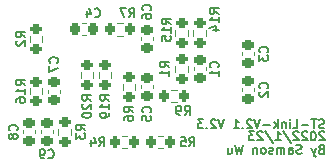
<source format=gbo>
%TF.GenerationSoftware,KiCad,Pcbnew,(6.0.1)*%
%TF.CreationDate,2022-01-24T11:38:00+08:00*%
%TF.ProjectId,ST-Link_v2-1,53542d4c-696e-46b5-9f76-322d312e6b69,rev?*%
%TF.SameCoordinates,Original*%
%TF.FileFunction,Legend,Bot*%
%TF.FilePolarity,Positive*%
%FSLAX46Y46*%
G04 Gerber Fmt 4.6, Leading zero omitted, Abs format (unit mm)*
G04 Created by KiCad (PCBNEW (6.0.1)) date 2022-01-24 11:38:00*
%MOMM*%
%LPD*%
G01*
G04 APERTURE LIST*
G04 Aperture macros list*
%AMRoundRect*
0 Rectangle with rounded corners*
0 $1 Rounding radius*
0 $2 $3 $4 $5 $6 $7 $8 $9 X,Y pos of 4 corners*
0 Add a 4 corners polygon primitive as box body*
4,1,4,$2,$3,$4,$5,$6,$7,$8,$9,$2,$3,0*
0 Add four circle primitives for the rounded corners*
1,1,$1+$1,$2,$3*
1,1,$1+$1,$4,$5*
1,1,$1+$1,$6,$7*
1,1,$1+$1,$8,$9*
0 Add four rect primitives between the rounded corners*
20,1,$1+$1,$2,$3,$4,$5,0*
20,1,$1+$1,$4,$5,$6,$7,0*
20,1,$1+$1,$6,$7,$8,$9,0*
20,1,$1+$1,$8,$9,$2,$3,0*%
G04 Aperture macros list end*
%ADD10C,0.127000*%
%ADD11C,0.120000*%
%ADD12C,1.500000*%
%ADD13R,1.850000X0.300000*%
%ADD14R,1.250000X0.300000*%
%ADD15R,1.850000X1.180000*%
%ADD16RoundRect,0.200000X0.275000X-0.200000X0.275000X0.200000X-0.275000X0.200000X-0.275000X-0.200000X0*%
%ADD17RoundRect,0.225000X0.250000X-0.225000X0.250000X0.225000X-0.250000X0.225000X-0.250000X-0.225000X0*%
%ADD18RoundRect,0.225000X-0.250000X0.225000X-0.250000X-0.225000X0.250000X-0.225000X0.250000X0.225000X0*%
%ADD19RoundRect,0.225000X0.225000X0.250000X-0.225000X0.250000X-0.225000X-0.250000X0.225000X-0.250000X0*%
%ADD20RoundRect,0.200000X-0.275000X0.200000X-0.275000X-0.200000X0.275000X-0.200000X0.275000X0.200000X0*%
%ADD21RoundRect,0.200000X0.200000X0.275000X-0.200000X0.275000X-0.200000X-0.275000X0.200000X-0.275000X0*%
%ADD22RoundRect,0.200000X-0.200000X-0.275000X0.200000X-0.275000X0.200000X0.275000X-0.200000X0.275000X0*%
G04 APERTURE END LIST*
D10*
X169907857Y-113483571D02*
X169798999Y-113519857D01*
X169762714Y-113556142D01*
X169726428Y-113628714D01*
X169726428Y-113737571D01*
X169762714Y-113810142D01*
X169798999Y-113846428D01*
X169871571Y-113882714D01*
X170161857Y-113882714D01*
X170161857Y-113120714D01*
X169907857Y-113120714D01*
X169835285Y-113157000D01*
X169798999Y-113193285D01*
X169762714Y-113265857D01*
X169762714Y-113338428D01*
X169798999Y-113411000D01*
X169835285Y-113447285D01*
X169907857Y-113483571D01*
X170161857Y-113483571D01*
X169472428Y-113374714D02*
X169290999Y-113882714D01*
X169109571Y-113374714D02*
X169290999Y-113882714D01*
X169363571Y-114064142D01*
X169399857Y-114100428D01*
X169472428Y-114136714D01*
X168274999Y-113846428D02*
X168166142Y-113882714D01*
X167984714Y-113882714D01*
X167912142Y-113846428D01*
X167875857Y-113810142D01*
X167839571Y-113737571D01*
X167839571Y-113665000D01*
X167875857Y-113592428D01*
X167912142Y-113556142D01*
X167984714Y-113519857D01*
X168129857Y-113483571D01*
X168202428Y-113447285D01*
X168238714Y-113411000D01*
X168274999Y-113338428D01*
X168274999Y-113265857D01*
X168238714Y-113193285D01*
X168202428Y-113157000D01*
X168129857Y-113120714D01*
X167948428Y-113120714D01*
X167839571Y-113157000D01*
X167186428Y-113882714D02*
X167186428Y-113483571D01*
X167222714Y-113411000D01*
X167295285Y-113374714D01*
X167440428Y-113374714D01*
X167512999Y-113411000D01*
X167186428Y-113846428D02*
X167258999Y-113882714D01*
X167440428Y-113882714D01*
X167512999Y-113846428D01*
X167549285Y-113773857D01*
X167549285Y-113701285D01*
X167512999Y-113628714D01*
X167440428Y-113592428D01*
X167258999Y-113592428D01*
X167186428Y-113556142D01*
X166823571Y-113882714D02*
X166823571Y-113374714D01*
X166823571Y-113447285D02*
X166787285Y-113411000D01*
X166714714Y-113374714D01*
X166605857Y-113374714D01*
X166533285Y-113411000D01*
X166496999Y-113483571D01*
X166496999Y-113882714D01*
X166496999Y-113483571D02*
X166460714Y-113411000D01*
X166388142Y-113374714D01*
X166279285Y-113374714D01*
X166206714Y-113411000D01*
X166170428Y-113483571D01*
X166170428Y-113882714D01*
X165843857Y-113846428D02*
X165771285Y-113882714D01*
X165626142Y-113882714D01*
X165553571Y-113846428D01*
X165517285Y-113773857D01*
X165517285Y-113737571D01*
X165553571Y-113665000D01*
X165626142Y-113628714D01*
X165734999Y-113628714D01*
X165807571Y-113592428D01*
X165843857Y-113519857D01*
X165843857Y-113483571D01*
X165807571Y-113411000D01*
X165734999Y-113374714D01*
X165626142Y-113374714D01*
X165553571Y-113411000D01*
X165081857Y-113882714D02*
X165154428Y-113846428D01*
X165190714Y-113810142D01*
X165226999Y-113737571D01*
X165226999Y-113519857D01*
X165190714Y-113447285D01*
X165154428Y-113411000D01*
X165081857Y-113374714D01*
X164972999Y-113374714D01*
X164900428Y-113411000D01*
X164864142Y-113447285D01*
X164827857Y-113519857D01*
X164827857Y-113737571D01*
X164864142Y-113810142D01*
X164900428Y-113846428D01*
X164972999Y-113882714D01*
X165081857Y-113882714D01*
X164501285Y-113374714D02*
X164501285Y-113882714D01*
X164501285Y-113447285D02*
X164464999Y-113411000D01*
X164392428Y-113374714D01*
X164283571Y-113374714D01*
X164210999Y-113411000D01*
X164174714Y-113483571D01*
X164174714Y-113882714D01*
X163303857Y-113120714D02*
X163122428Y-113882714D01*
X162977285Y-113338428D01*
X162832142Y-113882714D01*
X162650714Y-113120714D01*
X162033857Y-113374714D02*
X162033857Y-113882714D01*
X162360428Y-113374714D02*
X162360428Y-113773857D01*
X162324142Y-113846428D01*
X162251571Y-113882714D01*
X162142714Y-113882714D01*
X162070142Y-113846428D01*
X162033857Y-113810142D01*
X170198142Y-111687428D02*
X170089285Y-111723714D01*
X169907857Y-111723714D01*
X169835285Y-111687428D01*
X169799000Y-111651142D01*
X169762714Y-111578571D01*
X169762714Y-111506000D01*
X169799000Y-111433428D01*
X169835285Y-111397142D01*
X169907857Y-111360857D01*
X170053000Y-111324571D01*
X170125571Y-111288285D01*
X170161857Y-111252000D01*
X170198142Y-111179428D01*
X170198142Y-111106857D01*
X170161857Y-111034285D01*
X170125571Y-110998000D01*
X170053000Y-110961714D01*
X169871571Y-110961714D01*
X169762714Y-110998000D01*
X169545000Y-110961714D02*
X169109571Y-110961714D01*
X169327285Y-111723714D02*
X169327285Y-110961714D01*
X168855571Y-111433428D02*
X168275000Y-111433428D01*
X167549285Y-111723714D02*
X167912142Y-111723714D01*
X167912142Y-110961714D01*
X167295285Y-111723714D02*
X167295285Y-111215714D01*
X167295285Y-110961714D02*
X167331571Y-110998000D01*
X167295285Y-111034285D01*
X167259000Y-110998000D01*
X167295285Y-110961714D01*
X167295285Y-111034285D01*
X166932428Y-111215714D02*
X166932428Y-111723714D01*
X166932428Y-111288285D02*
X166896142Y-111252000D01*
X166823571Y-111215714D01*
X166714714Y-111215714D01*
X166642142Y-111252000D01*
X166605857Y-111324571D01*
X166605857Y-111723714D01*
X166243000Y-111723714D02*
X166243000Y-110961714D01*
X166170428Y-111433428D02*
X165952714Y-111723714D01*
X165952714Y-111215714D02*
X166243000Y-111506000D01*
X165626142Y-111433428D02*
X165045571Y-111433428D01*
X164791571Y-110961714D02*
X164537571Y-111723714D01*
X164283571Y-110961714D01*
X164065857Y-111034285D02*
X164029571Y-110998000D01*
X163957000Y-110961714D01*
X163775571Y-110961714D01*
X163703000Y-110998000D01*
X163666714Y-111034285D01*
X163630428Y-111106857D01*
X163630428Y-111179428D01*
X163666714Y-111288285D01*
X164102142Y-111723714D01*
X163630428Y-111723714D01*
X163303857Y-111651142D02*
X163267571Y-111687428D01*
X163303857Y-111723714D01*
X163340142Y-111687428D01*
X163303857Y-111651142D01*
X163303857Y-111723714D01*
X162541857Y-111723714D02*
X162977285Y-111723714D01*
X162759571Y-111723714D02*
X162759571Y-110961714D01*
X162832142Y-111070571D01*
X162904714Y-111143142D01*
X162977285Y-111179428D01*
X161743571Y-110961714D02*
X161489571Y-111723714D01*
X161235571Y-110961714D01*
X161017857Y-111034285D02*
X160981571Y-110998000D01*
X160909000Y-110961714D01*
X160727571Y-110961714D01*
X160655000Y-110998000D01*
X160618714Y-111034285D01*
X160582428Y-111106857D01*
X160582428Y-111179428D01*
X160618714Y-111288285D01*
X161054142Y-111723714D01*
X160582428Y-111723714D01*
X160255857Y-111651142D02*
X160219571Y-111687428D01*
X160255857Y-111723714D01*
X160292142Y-111687428D01*
X160255857Y-111651142D01*
X160255857Y-111723714D01*
X159965571Y-110961714D02*
X159493857Y-110961714D01*
X159747857Y-111252000D01*
X159639000Y-111252000D01*
X159566428Y-111288285D01*
X159530142Y-111324571D01*
X159493857Y-111397142D01*
X159493857Y-111578571D01*
X159530142Y-111651142D01*
X159566428Y-111687428D01*
X159639000Y-111723714D01*
X159856714Y-111723714D01*
X159929285Y-111687428D01*
X159965571Y-111651142D01*
X170198142Y-112050285D02*
X170161857Y-112014000D01*
X170089285Y-111977714D01*
X169907857Y-111977714D01*
X169835285Y-112014000D01*
X169799000Y-112050285D01*
X169762714Y-112122857D01*
X169762714Y-112195428D01*
X169799000Y-112304285D01*
X170234428Y-112739714D01*
X169762714Y-112739714D01*
X169291000Y-111977714D02*
X169218428Y-111977714D01*
X169145857Y-112014000D01*
X169109571Y-112050285D01*
X169073285Y-112122857D01*
X169037000Y-112268000D01*
X169037000Y-112449428D01*
X169073285Y-112594571D01*
X169109571Y-112667142D01*
X169145857Y-112703428D01*
X169218428Y-112739714D01*
X169291000Y-112739714D01*
X169363571Y-112703428D01*
X169399857Y-112667142D01*
X169436142Y-112594571D01*
X169472428Y-112449428D01*
X169472428Y-112268000D01*
X169436142Y-112122857D01*
X169399857Y-112050285D01*
X169363571Y-112014000D01*
X169291000Y-111977714D01*
X168746714Y-112050285D02*
X168710428Y-112014000D01*
X168637857Y-111977714D01*
X168456428Y-111977714D01*
X168383857Y-112014000D01*
X168347571Y-112050285D01*
X168311285Y-112122857D01*
X168311285Y-112195428D01*
X168347571Y-112304285D01*
X168783000Y-112739714D01*
X168311285Y-112739714D01*
X168021000Y-112050285D02*
X167984714Y-112014000D01*
X167912142Y-111977714D01*
X167730714Y-111977714D01*
X167658142Y-112014000D01*
X167621857Y-112050285D01*
X167585571Y-112122857D01*
X167585571Y-112195428D01*
X167621857Y-112304285D01*
X168057285Y-112739714D01*
X167585571Y-112739714D01*
X166714714Y-111941428D02*
X167367857Y-112921142D01*
X166061571Y-112739714D02*
X166497000Y-112739714D01*
X166279285Y-112739714D02*
X166279285Y-111977714D01*
X166351857Y-112086571D01*
X166424428Y-112159142D01*
X166497000Y-112195428D01*
X165190714Y-111941428D02*
X165843857Y-112921142D01*
X164973000Y-112050285D02*
X164936714Y-112014000D01*
X164864142Y-111977714D01*
X164682714Y-111977714D01*
X164610142Y-112014000D01*
X164573857Y-112050285D01*
X164537571Y-112122857D01*
X164537571Y-112195428D01*
X164573857Y-112304285D01*
X165009285Y-112739714D01*
X164537571Y-112739714D01*
X164283571Y-111977714D02*
X163811857Y-111977714D01*
X164065857Y-112268000D01*
X163957000Y-112268000D01*
X163884428Y-112304285D01*
X163848142Y-112340571D01*
X163811857Y-112413142D01*
X163811857Y-112594571D01*
X163848142Y-112667142D01*
X163884428Y-112703428D01*
X163957000Y-112739714D01*
X164174714Y-112739714D01*
X164247285Y-112703428D01*
X164283571Y-112667142D01*
%TO.C,R16*%
X144870714Y-108094142D02*
X144507857Y-107840142D01*
X144870714Y-107658714D02*
X144108714Y-107658714D01*
X144108714Y-107949000D01*
X144145000Y-108021571D01*
X144181285Y-108057857D01*
X144253857Y-108094142D01*
X144362714Y-108094142D01*
X144435285Y-108057857D01*
X144471571Y-108021571D01*
X144507857Y-107949000D01*
X144507857Y-107658714D01*
X144870714Y-108819857D02*
X144870714Y-108384428D01*
X144870714Y-108602142D02*
X144108714Y-108602142D01*
X144217571Y-108529571D01*
X144290142Y-108457000D01*
X144326428Y-108384428D01*
X144108714Y-109473000D02*
X144108714Y-109327857D01*
X144145000Y-109255285D01*
X144181285Y-109219000D01*
X144290142Y-109146428D01*
X144435285Y-109110142D01*
X144725571Y-109110142D01*
X144798142Y-109146428D01*
X144834428Y-109182714D01*
X144870714Y-109255285D01*
X144870714Y-109400428D01*
X144834428Y-109473000D01*
X144798142Y-109509285D01*
X144725571Y-109545571D01*
X144544142Y-109545571D01*
X144471571Y-109509285D01*
X144435285Y-109473000D01*
X144399000Y-109400428D01*
X144399000Y-109255285D01*
X144435285Y-109182714D01*
X144471571Y-109146428D01*
X144544142Y-109110142D01*
%TO.C,C6*%
X155466142Y-101727000D02*
X155502428Y-101690714D01*
X155538714Y-101581857D01*
X155538714Y-101509285D01*
X155502428Y-101400428D01*
X155429857Y-101327857D01*
X155357285Y-101291571D01*
X155212142Y-101255285D01*
X155103285Y-101255285D01*
X154958142Y-101291571D01*
X154885571Y-101327857D01*
X154813000Y-101400428D01*
X154776714Y-101509285D01*
X154776714Y-101581857D01*
X154813000Y-101690714D01*
X154849285Y-101727000D01*
X154776714Y-102380142D02*
X154776714Y-102235000D01*
X154813000Y-102162428D01*
X154849285Y-102126142D01*
X154958142Y-102053571D01*
X155103285Y-102017285D01*
X155393571Y-102017285D01*
X155466142Y-102053571D01*
X155502428Y-102089857D01*
X155538714Y-102162428D01*
X155538714Y-102307571D01*
X155502428Y-102380142D01*
X155466142Y-102416428D01*
X155393571Y-102452714D01*
X155212142Y-102452714D01*
X155139571Y-102416428D01*
X155103285Y-102380142D01*
X155067000Y-102307571D01*
X155067000Y-102162428D01*
X155103285Y-102089857D01*
X155139571Y-102053571D01*
X155212142Y-102017285D01*
%TO.C,R14*%
X161253714Y-101999142D02*
X160890857Y-101745142D01*
X161253714Y-101563714D02*
X160491714Y-101563714D01*
X160491714Y-101854000D01*
X160528000Y-101926571D01*
X160564285Y-101962857D01*
X160636857Y-101999142D01*
X160745714Y-101999142D01*
X160818285Y-101962857D01*
X160854571Y-101926571D01*
X160890857Y-101854000D01*
X160890857Y-101563714D01*
X161253714Y-102724857D02*
X161253714Y-102289428D01*
X161253714Y-102507142D02*
X160491714Y-102507142D01*
X160600571Y-102434571D01*
X160673142Y-102362000D01*
X160709428Y-102289428D01*
X160745714Y-103378000D02*
X161253714Y-103378000D01*
X160455428Y-103196571D02*
X160999714Y-103015142D01*
X160999714Y-103486857D01*
%TO.C,C8*%
X144163142Y-111887000D02*
X144199428Y-111850714D01*
X144235714Y-111741857D01*
X144235714Y-111669285D01*
X144199428Y-111560428D01*
X144126857Y-111487857D01*
X144054285Y-111451571D01*
X143909142Y-111415285D01*
X143800285Y-111415285D01*
X143655142Y-111451571D01*
X143582571Y-111487857D01*
X143510000Y-111560428D01*
X143473714Y-111669285D01*
X143473714Y-111741857D01*
X143510000Y-111850714D01*
X143546285Y-111887000D01*
X143800285Y-112322428D02*
X143764000Y-112249857D01*
X143727714Y-112213571D01*
X143655142Y-112177285D01*
X143618857Y-112177285D01*
X143546285Y-112213571D01*
X143510000Y-112249857D01*
X143473714Y-112322428D01*
X143473714Y-112467571D01*
X143510000Y-112540142D01*
X143546285Y-112576428D01*
X143618857Y-112612714D01*
X143655142Y-112612714D01*
X143727714Y-112576428D01*
X143764000Y-112540142D01*
X143800285Y-112467571D01*
X143800285Y-112322428D01*
X143836571Y-112249857D01*
X143872857Y-112213571D01*
X143945428Y-112177285D01*
X144090571Y-112177285D01*
X144163142Y-112213571D01*
X144199428Y-112249857D01*
X144235714Y-112322428D01*
X144235714Y-112467571D01*
X144199428Y-112540142D01*
X144163142Y-112576428D01*
X144090571Y-112612714D01*
X143945428Y-112612714D01*
X143872857Y-112576428D01*
X143836571Y-112540142D01*
X143800285Y-112467571D01*
%TO.C,C4*%
X150749000Y-102253142D02*
X150785285Y-102289428D01*
X150894142Y-102325714D01*
X150966714Y-102325714D01*
X151075571Y-102289428D01*
X151148142Y-102216857D01*
X151184428Y-102144285D01*
X151220714Y-101999142D01*
X151220714Y-101890285D01*
X151184428Y-101745142D01*
X151148142Y-101672571D01*
X151075571Y-101600000D01*
X150966714Y-101563714D01*
X150894142Y-101563714D01*
X150785285Y-101600000D01*
X150749000Y-101636285D01*
X150095857Y-101817714D02*
X150095857Y-102325714D01*
X150277285Y-101527428D02*
X150458714Y-102071714D01*
X149987000Y-102071714D01*
%TO.C,R3*%
X149950714Y-111887000D02*
X149587857Y-111633000D01*
X149950714Y-111451571D02*
X149188714Y-111451571D01*
X149188714Y-111741857D01*
X149225000Y-111814428D01*
X149261285Y-111850714D01*
X149333857Y-111887000D01*
X149442714Y-111887000D01*
X149515285Y-111850714D01*
X149551571Y-111814428D01*
X149587857Y-111741857D01*
X149587857Y-111451571D01*
X149188714Y-112141000D02*
X149188714Y-112612714D01*
X149479000Y-112358714D01*
X149479000Y-112467571D01*
X149515285Y-112540142D01*
X149551571Y-112576428D01*
X149624142Y-112612714D01*
X149805571Y-112612714D01*
X149878142Y-112576428D01*
X149914428Y-112540142D01*
X149950714Y-112467571D01*
X149950714Y-112249857D01*
X149914428Y-112177285D01*
X149878142Y-112141000D01*
%TO.C,R19*%
X151982714Y-109365142D02*
X151619857Y-109111142D01*
X151982714Y-108929714D02*
X151220714Y-108929714D01*
X151220714Y-109220000D01*
X151257000Y-109292571D01*
X151293285Y-109328857D01*
X151365857Y-109365142D01*
X151474714Y-109365142D01*
X151547285Y-109328857D01*
X151583571Y-109292571D01*
X151619857Y-109220000D01*
X151619857Y-108929714D01*
X151982714Y-110090857D02*
X151982714Y-109655428D01*
X151982714Y-109873142D02*
X151220714Y-109873142D01*
X151329571Y-109800571D01*
X151402142Y-109728000D01*
X151438428Y-109655428D01*
X151982714Y-110453714D02*
X151982714Y-110598857D01*
X151946428Y-110671428D01*
X151910142Y-110707714D01*
X151801285Y-110780285D01*
X151656142Y-110816571D01*
X151365857Y-110816571D01*
X151293285Y-110780285D01*
X151257000Y-110744000D01*
X151220714Y-110671428D01*
X151220714Y-110526285D01*
X151257000Y-110453714D01*
X151293285Y-110417428D01*
X151365857Y-110381142D01*
X151547285Y-110381142D01*
X151619857Y-110417428D01*
X151656142Y-110453714D01*
X151692428Y-110526285D01*
X151692428Y-110671428D01*
X151656142Y-110744000D01*
X151619857Y-110780285D01*
X151547285Y-110816571D01*
%TO.C,C2*%
X165372142Y-108331000D02*
X165408428Y-108294714D01*
X165444714Y-108185857D01*
X165444714Y-108113285D01*
X165408428Y-108004428D01*
X165335857Y-107931857D01*
X165263285Y-107895571D01*
X165118142Y-107859285D01*
X165009285Y-107859285D01*
X164864142Y-107895571D01*
X164791571Y-107931857D01*
X164719000Y-108004428D01*
X164682714Y-108113285D01*
X164682714Y-108185857D01*
X164719000Y-108294714D01*
X164755285Y-108331000D01*
X164755285Y-108621285D02*
X164719000Y-108657571D01*
X164682714Y-108730142D01*
X164682714Y-108911571D01*
X164719000Y-108984142D01*
X164755285Y-109020428D01*
X164827857Y-109056714D01*
X164900428Y-109056714D01*
X165009285Y-109020428D01*
X165444714Y-108585000D01*
X165444714Y-109056714D01*
%TO.C,R1*%
X157029714Y-106553000D02*
X156666857Y-106299000D01*
X157029714Y-106117571D02*
X156267714Y-106117571D01*
X156267714Y-106407857D01*
X156304000Y-106480428D01*
X156340285Y-106516714D01*
X156412857Y-106553000D01*
X156521714Y-106553000D01*
X156594285Y-106516714D01*
X156630571Y-106480428D01*
X156666857Y-106407857D01*
X156666857Y-106117571D01*
X157029714Y-107278714D02*
X157029714Y-106843285D01*
X157029714Y-107061000D02*
X156267714Y-107061000D01*
X156376571Y-106988428D01*
X156449142Y-106915857D01*
X156485428Y-106843285D01*
%TO.C,R9*%
X158369000Y-110580714D02*
X158623000Y-110217857D01*
X158804428Y-110580714D02*
X158804428Y-109818714D01*
X158514142Y-109818714D01*
X158441571Y-109855000D01*
X158405285Y-109891285D01*
X158369000Y-109963857D01*
X158369000Y-110072714D01*
X158405285Y-110145285D01*
X158441571Y-110181571D01*
X158514142Y-110217857D01*
X158804428Y-110217857D01*
X158006142Y-110580714D02*
X157861000Y-110580714D01*
X157788428Y-110544428D01*
X157752142Y-110508142D01*
X157679571Y-110399285D01*
X157643285Y-110254142D01*
X157643285Y-109963857D01*
X157679571Y-109891285D01*
X157715857Y-109855000D01*
X157788428Y-109818714D01*
X157933571Y-109818714D01*
X158006142Y-109855000D01*
X158042428Y-109891285D01*
X158078714Y-109963857D01*
X158078714Y-110145285D01*
X158042428Y-110217857D01*
X158006142Y-110254142D01*
X157933571Y-110290428D01*
X157788428Y-110290428D01*
X157715857Y-110254142D01*
X157679571Y-110217857D01*
X157643285Y-110145285D01*
%TO.C,C1*%
X161181142Y-106553000D02*
X161217428Y-106516714D01*
X161253714Y-106407857D01*
X161253714Y-106335285D01*
X161217428Y-106226428D01*
X161144857Y-106153857D01*
X161072285Y-106117571D01*
X160927142Y-106081285D01*
X160818285Y-106081285D01*
X160673142Y-106117571D01*
X160600571Y-106153857D01*
X160528000Y-106226428D01*
X160491714Y-106335285D01*
X160491714Y-106407857D01*
X160528000Y-106516714D01*
X160564285Y-106553000D01*
X161253714Y-107278714D02*
X161253714Y-106843285D01*
X161253714Y-107061000D02*
X160491714Y-107061000D01*
X160600571Y-106988428D01*
X160673142Y-106915857D01*
X160709428Y-106843285D01*
%TO.C,C3*%
X165372142Y-105283000D02*
X165408428Y-105246714D01*
X165444714Y-105137857D01*
X165444714Y-105065285D01*
X165408428Y-104956428D01*
X165335857Y-104883857D01*
X165263285Y-104847571D01*
X165118142Y-104811285D01*
X165009285Y-104811285D01*
X164864142Y-104847571D01*
X164791571Y-104883857D01*
X164719000Y-104956428D01*
X164682714Y-105065285D01*
X164682714Y-105137857D01*
X164719000Y-105246714D01*
X164755285Y-105283000D01*
X164682714Y-105537000D02*
X164682714Y-106008714D01*
X164973000Y-105754714D01*
X164973000Y-105863571D01*
X165009285Y-105936142D01*
X165045571Y-105972428D01*
X165118142Y-106008714D01*
X165299571Y-106008714D01*
X165372142Y-105972428D01*
X165408428Y-105936142D01*
X165444714Y-105863571D01*
X165444714Y-105645857D01*
X165408428Y-105573285D01*
X165372142Y-105537000D01*
%TO.C,R4*%
X151130000Y-113247714D02*
X151384000Y-112884857D01*
X151565428Y-113247714D02*
X151565428Y-112485714D01*
X151275142Y-112485714D01*
X151202571Y-112522000D01*
X151166285Y-112558285D01*
X151130000Y-112630857D01*
X151130000Y-112739714D01*
X151166285Y-112812285D01*
X151202571Y-112848571D01*
X151275142Y-112884857D01*
X151565428Y-112884857D01*
X150476857Y-112739714D02*
X150476857Y-113247714D01*
X150658285Y-112449428D02*
X150839714Y-112993714D01*
X150368000Y-112993714D01*
%TO.C,R6*%
X154014714Y-110363000D02*
X153651857Y-110109000D01*
X154014714Y-109927571D02*
X153252714Y-109927571D01*
X153252714Y-110217857D01*
X153289000Y-110290428D01*
X153325285Y-110326714D01*
X153397857Y-110363000D01*
X153506714Y-110363000D01*
X153579285Y-110326714D01*
X153615571Y-110290428D01*
X153651857Y-110217857D01*
X153651857Y-109927571D01*
X153252714Y-111016142D02*
X153252714Y-110871000D01*
X153289000Y-110798428D01*
X153325285Y-110762142D01*
X153434142Y-110689571D01*
X153579285Y-110653285D01*
X153869571Y-110653285D01*
X153942142Y-110689571D01*
X153978428Y-110725857D01*
X154014714Y-110798428D01*
X154014714Y-110943571D01*
X153978428Y-111016142D01*
X153942142Y-111052428D01*
X153869571Y-111088714D01*
X153688142Y-111088714D01*
X153615571Y-111052428D01*
X153579285Y-111016142D01*
X153543000Y-110943571D01*
X153543000Y-110798428D01*
X153579285Y-110725857D01*
X153615571Y-110689571D01*
X153688142Y-110653285D01*
%TO.C,R15*%
X157189714Y-102888142D02*
X156826857Y-102634142D01*
X157189714Y-102452714D02*
X156427714Y-102452714D01*
X156427714Y-102743000D01*
X156464000Y-102815571D01*
X156500285Y-102851857D01*
X156572857Y-102888142D01*
X156681714Y-102888142D01*
X156754285Y-102851857D01*
X156790571Y-102815571D01*
X156826857Y-102743000D01*
X156826857Y-102452714D01*
X157189714Y-103613857D02*
X157189714Y-103178428D01*
X157189714Y-103396142D02*
X156427714Y-103396142D01*
X156536571Y-103323571D01*
X156609142Y-103251000D01*
X156645428Y-103178428D01*
X156427714Y-104303285D02*
X156427714Y-103940428D01*
X156790571Y-103904142D01*
X156754285Y-103940428D01*
X156718000Y-104013000D01*
X156718000Y-104194428D01*
X156754285Y-104267000D01*
X156790571Y-104303285D01*
X156863142Y-104339571D01*
X157044571Y-104339571D01*
X157117142Y-104303285D01*
X157153428Y-104267000D01*
X157189714Y-104194428D01*
X157189714Y-104013000D01*
X157153428Y-103940428D01*
X157117142Y-103904142D01*
%TO.C,R7*%
X153670000Y-102325714D02*
X153924000Y-101962857D01*
X154105428Y-102325714D02*
X154105428Y-101563714D01*
X153815142Y-101563714D01*
X153742571Y-101600000D01*
X153706285Y-101636285D01*
X153670000Y-101708857D01*
X153670000Y-101817714D01*
X153706285Y-101890285D01*
X153742571Y-101926571D01*
X153815142Y-101962857D01*
X154105428Y-101962857D01*
X153416000Y-101563714D02*
X152908000Y-101563714D01*
X153234571Y-102325714D01*
%TO.C,C7*%
X147592142Y-106172000D02*
X147628428Y-106135714D01*
X147664714Y-106026857D01*
X147664714Y-105954285D01*
X147628428Y-105845428D01*
X147555857Y-105772857D01*
X147483285Y-105736571D01*
X147338142Y-105700285D01*
X147229285Y-105700285D01*
X147084142Y-105736571D01*
X147011571Y-105772857D01*
X146939000Y-105845428D01*
X146902714Y-105954285D01*
X146902714Y-106026857D01*
X146939000Y-106135714D01*
X146975285Y-106172000D01*
X146902714Y-106426000D02*
X146902714Y-106934000D01*
X147664714Y-106607428D01*
%TO.C,R20*%
X150458714Y-109365142D02*
X150095857Y-109111142D01*
X150458714Y-108929714D02*
X149696714Y-108929714D01*
X149696714Y-109220000D01*
X149733000Y-109292571D01*
X149769285Y-109328857D01*
X149841857Y-109365142D01*
X149950714Y-109365142D01*
X150023285Y-109328857D01*
X150059571Y-109292571D01*
X150095857Y-109220000D01*
X150095857Y-108929714D01*
X149769285Y-109655428D02*
X149733000Y-109691714D01*
X149696714Y-109764285D01*
X149696714Y-109945714D01*
X149733000Y-110018285D01*
X149769285Y-110054571D01*
X149841857Y-110090857D01*
X149914428Y-110090857D01*
X150023285Y-110054571D01*
X150458714Y-109619142D01*
X150458714Y-110090857D01*
X149696714Y-110562571D02*
X149696714Y-110635142D01*
X149733000Y-110707714D01*
X149769285Y-110744000D01*
X149841857Y-110780285D01*
X149987000Y-110816571D01*
X150168428Y-110816571D01*
X150313571Y-110780285D01*
X150386142Y-110744000D01*
X150422428Y-110707714D01*
X150458714Y-110635142D01*
X150458714Y-110562571D01*
X150422428Y-110490000D01*
X150386142Y-110453714D01*
X150313571Y-110417428D01*
X150168428Y-110381142D01*
X149987000Y-110381142D01*
X149841857Y-110417428D01*
X149769285Y-110453714D01*
X149733000Y-110490000D01*
X149696714Y-110562571D01*
%TO.C,R2*%
X144870714Y-104013000D02*
X144507857Y-103759000D01*
X144870714Y-103577571D02*
X144108714Y-103577571D01*
X144108714Y-103867857D01*
X144145000Y-103940428D01*
X144181285Y-103976714D01*
X144253857Y-104013000D01*
X144362714Y-104013000D01*
X144435285Y-103976714D01*
X144471571Y-103940428D01*
X144507857Y-103867857D01*
X144507857Y-103577571D01*
X144181285Y-104303285D02*
X144145000Y-104339571D01*
X144108714Y-104412142D01*
X144108714Y-104593571D01*
X144145000Y-104666142D01*
X144181285Y-104702428D01*
X144253857Y-104738714D01*
X144326428Y-104738714D01*
X144435285Y-104702428D01*
X144870714Y-104267000D01*
X144870714Y-104738714D01*
%TO.C,R5*%
X158750000Y-113247714D02*
X159004000Y-112884857D01*
X159185428Y-113247714D02*
X159185428Y-112485714D01*
X158895142Y-112485714D01*
X158822571Y-112522000D01*
X158786285Y-112558285D01*
X158750000Y-112630857D01*
X158750000Y-112739714D01*
X158786285Y-112812285D01*
X158822571Y-112848571D01*
X158895142Y-112884857D01*
X159185428Y-112884857D01*
X158060571Y-112485714D02*
X158423428Y-112485714D01*
X158459714Y-112848571D01*
X158423428Y-112812285D01*
X158350857Y-112776000D01*
X158169428Y-112776000D01*
X158096857Y-112812285D01*
X158060571Y-112848571D01*
X158024285Y-112921142D01*
X158024285Y-113102571D01*
X158060571Y-113175142D01*
X158096857Y-113211428D01*
X158169428Y-113247714D01*
X158350857Y-113247714D01*
X158423428Y-113211428D01*
X158459714Y-113175142D01*
%TO.C,C9*%
X146812000Y-114191142D02*
X146848285Y-114227428D01*
X146957142Y-114263714D01*
X147029714Y-114263714D01*
X147138571Y-114227428D01*
X147211142Y-114154857D01*
X147247428Y-114082285D01*
X147283714Y-113937142D01*
X147283714Y-113828285D01*
X147247428Y-113683142D01*
X147211142Y-113610571D01*
X147138571Y-113538000D01*
X147029714Y-113501714D01*
X146957142Y-113501714D01*
X146848285Y-113538000D01*
X146812000Y-113574285D01*
X146449142Y-114263714D02*
X146304000Y-114263714D01*
X146231428Y-114227428D01*
X146195142Y-114191142D01*
X146122571Y-114082285D01*
X146086285Y-113937142D01*
X146086285Y-113646857D01*
X146122571Y-113574285D01*
X146158857Y-113538000D01*
X146231428Y-113501714D01*
X146376571Y-113501714D01*
X146449142Y-113538000D01*
X146485428Y-113574285D01*
X146521714Y-113646857D01*
X146521714Y-113828285D01*
X146485428Y-113900857D01*
X146449142Y-113937142D01*
X146376571Y-113973428D01*
X146231428Y-113973428D01*
X146158857Y-113937142D01*
X146122571Y-113900857D01*
X146086285Y-113828285D01*
%TO.C,C5*%
X155466142Y-110363000D02*
X155502428Y-110326714D01*
X155538714Y-110217857D01*
X155538714Y-110145285D01*
X155502428Y-110036428D01*
X155429857Y-109963857D01*
X155357285Y-109927571D01*
X155212142Y-109891285D01*
X155103285Y-109891285D01*
X154958142Y-109927571D01*
X154885571Y-109963857D01*
X154813000Y-110036428D01*
X154776714Y-110145285D01*
X154776714Y-110217857D01*
X154813000Y-110326714D01*
X154849285Y-110363000D01*
X154776714Y-111052428D02*
X154776714Y-110689571D01*
X155139571Y-110653285D01*
X155103285Y-110689571D01*
X155067000Y-110762142D01*
X155067000Y-110943571D01*
X155103285Y-111016142D01*
X155139571Y-111052428D01*
X155212142Y-111088714D01*
X155393571Y-111088714D01*
X155466142Y-111052428D01*
X155502428Y-111016142D01*
X155538714Y-110943571D01*
X155538714Y-110762142D01*
X155502428Y-110689571D01*
X155466142Y-110653285D01*
D11*
%TO.C,R16*%
X146318500Y-108821258D02*
X146318500Y-108346742D01*
X145273500Y-108821258D02*
X145273500Y-108346742D01*
%TO.C,C6*%
X155704000Y-104280580D02*
X155704000Y-103999420D01*
X154684000Y-104280580D02*
X154684000Y-103999420D01*
%TO.C,R14*%
X159116500Y-103869258D02*
X159116500Y-103394742D01*
X160161500Y-103869258D02*
X160161500Y-103394742D01*
%TO.C,C8*%
X144651000Y-111873420D02*
X144651000Y-112154580D01*
X145671000Y-111873420D02*
X145671000Y-112154580D01*
%TO.C,C4*%
X150000580Y-102830000D02*
X149719420Y-102830000D01*
X150000580Y-103850000D02*
X149719420Y-103850000D01*
%TO.C,R3*%
X147686500Y-111776742D02*
X147686500Y-112251258D01*
X148731500Y-111776742D02*
X148731500Y-112251258D01*
%TO.C,R19*%
X152160500Y-107425258D02*
X152160500Y-106950742D01*
X151115500Y-107425258D02*
X151115500Y-106950742D01*
%TO.C,C2*%
X164213000Y-108598580D02*
X164213000Y-108317420D01*
X163193000Y-108598580D02*
X163193000Y-108317420D01*
%TO.C,R1*%
X157592500Y-106442742D02*
X157592500Y-106917258D01*
X158637500Y-106442742D02*
X158637500Y-106917258D01*
%TO.C,R9*%
X157717258Y-109488500D02*
X157242742Y-109488500D01*
X157717258Y-108443500D02*
X157242742Y-108443500D01*
%TO.C,C1*%
X160149000Y-106539420D02*
X160149000Y-106820580D01*
X159129000Y-106539420D02*
X159129000Y-106820580D01*
%TO.C,C3*%
X163193000Y-105269420D02*
X163193000Y-105550580D01*
X164213000Y-105269420D02*
X164213000Y-105550580D01*
%TO.C,R4*%
X153526258Y-113425500D02*
X153051742Y-113425500D01*
X153526258Y-112380500D02*
X153051742Y-112380500D01*
%TO.C,R6*%
X153147500Y-108441258D02*
X153147500Y-107966742D01*
X154192500Y-108441258D02*
X154192500Y-107966742D01*
%TO.C,R15*%
X157592500Y-103394742D02*
X157592500Y-103869258D01*
X158637500Y-103394742D02*
X158637500Y-103869258D01*
%TO.C,R7*%
X152670742Y-103862500D02*
X153145258Y-103862500D01*
X152670742Y-102817500D02*
X153145258Y-102817500D01*
%TO.C,C7*%
X146810000Y-108724580D02*
X146810000Y-108443420D01*
X147830000Y-108724580D02*
X147830000Y-108443420D01*
%TO.C,R20*%
X150636500Y-107425258D02*
X150636500Y-106950742D01*
X149591500Y-107425258D02*
X149591500Y-106950742D01*
%TO.C,R2*%
X145273500Y-103902742D02*
X145273500Y-104377258D01*
X146318500Y-103902742D02*
X146318500Y-104377258D01*
%TO.C,R5*%
X156099742Y-113425500D02*
X156574258Y-113425500D01*
X156099742Y-112380500D02*
X156574258Y-112380500D01*
%TO.C,C9*%
X147195000Y-111873420D02*
X147195000Y-112154580D01*
X146175000Y-111873420D02*
X146175000Y-112154580D01*
%TO.C,C5*%
X155704000Y-108344580D02*
X155704000Y-108063420D01*
X154684000Y-108344580D02*
X154684000Y-108063420D01*
%TD*%
%LPC*%
D12*
%TO.C,Y1*%
X161417000Y-104521000D03*
X161417000Y-109401000D03*
%TD*%
D13*
%TO.C,P1*%
X141097000Y-104438000D03*
D14*
X141097000Y-104938000D03*
X141097000Y-105438000D03*
X141097000Y-105938000D03*
X141097000Y-106438000D03*
X141097000Y-106938000D03*
X141097000Y-107438000D03*
X141097000Y-107938000D03*
X141097000Y-108438000D03*
X141097000Y-108938000D03*
X141097000Y-109438000D03*
D13*
X141097000Y-109938000D03*
D15*
X141097000Y-110998000D03*
X141097000Y-103378000D03*
%TD*%
D16*
%TO.C,R16*%
X145796000Y-109409000D03*
X145796000Y-107759000D03*
%TD*%
D17*
%TO.C,C6*%
X155194000Y-104915000D03*
X155194000Y-103365000D03*
%TD*%
D16*
%TO.C,R14*%
X159639000Y-104457000D03*
X159639000Y-102807000D03*
%TD*%
D18*
%TO.C,C8*%
X145161000Y-111239000D03*
X145161000Y-112789000D03*
%TD*%
D19*
%TO.C,C4*%
X150635000Y-103340000D03*
X149085000Y-103340000D03*
%TD*%
D20*
%TO.C,R3*%
X148209000Y-111189000D03*
X148209000Y-112839000D03*
%TD*%
D16*
%TO.C,R19*%
X151638000Y-108013000D03*
X151638000Y-106363000D03*
%TD*%
D17*
%TO.C,C2*%
X163703000Y-109233000D03*
X163703000Y-107683000D03*
%TD*%
D20*
%TO.C,R1*%
X158115000Y-105855000D03*
X158115000Y-107505000D03*
%TD*%
D21*
%TO.C,R9*%
X158305000Y-108966000D03*
X156655000Y-108966000D03*
%TD*%
D18*
%TO.C,C1*%
X159639000Y-105905000D03*
X159639000Y-107455000D03*
%TD*%
%TO.C,C3*%
X163703000Y-104635000D03*
X163703000Y-106185000D03*
%TD*%
D21*
%TO.C,R4*%
X154114000Y-112903000D03*
X152464000Y-112903000D03*
%TD*%
D16*
%TO.C,R6*%
X153670000Y-109029000D03*
X153670000Y-107379000D03*
%TD*%
D20*
%TO.C,R15*%
X158115000Y-102807000D03*
X158115000Y-104457000D03*
%TD*%
D22*
%TO.C,R7*%
X152083000Y-103340000D03*
X153733000Y-103340000D03*
%TD*%
D17*
%TO.C,C7*%
X147320000Y-109359000D03*
X147320000Y-107809000D03*
%TD*%
D16*
%TO.C,R20*%
X150114000Y-108013000D03*
X150114000Y-106363000D03*
%TD*%
D20*
%TO.C,R2*%
X145796000Y-103315000D03*
X145796000Y-104965000D03*
%TD*%
D22*
%TO.C,R5*%
X157162000Y-112903000D03*
X155512000Y-112903000D03*
%TD*%
D18*
%TO.C,C9*%
X146685000Y-111239000D03*
X146685000Y-112789000D03*
%TD*%
D17*
%TO.C,C5*%
X155194000Y-108979000D03*
X155194000Y-107429000D03*
%TD*%
M02*

</source>
